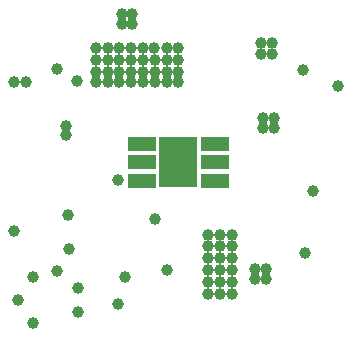
<source format=gbr>
G04 DipTrace 2.3.0.0*
%INBottomMask.gbr*%
%MOMM*%
%ADD48C,0.991*%
%ADD52R,3.204X4.204*%
%ADD54R,2.404X1.204*%
%FSLAX53Y53*%
G04*
G71*
G90*
G75*
G01*
%LNBotMask*%
%LPD*%
D48*
X14000Y5900D3*
X5500Y18100D3*
Y17300D3*
X1100Y21800D3*
X2100D3*
X13000Y10200D3*
X10500Y5300D3*
X2700Y1400D3*
X4760Y5770D3*
X9920Y13540D3*
X25540Y22800D3*
X9890Y3010D3*
X2730Y5270D3*
X23100Y18800D3*
Y17900D3*
X22200Y18800D3*
Y17900D3*
X22900Y25100D3*
Y24200D3*
X22000Y25100D3*
Y24200D3*
X22400Y6000D3*
Y5100D3*
X21500Y6000D3*
Y5100D3*
X5700Y7700D3*
X5692Y10555D3*
X25700Y7300D3*
X11100Y27600D3*
Y26700D3*
X10200Y27600D3*
Y26700D3*
X26400Y12600D3*
X28500Y21500D3*
X4700Y22900D3*
X6400Y21900D3*
X8000Y24700D3*
X9000D3*
X10000D3*
X11000D3*
X8000Y23700D3*
X9000D3*
X10000D3*
X11000D3*
X8000Y22700D3*
X9000D3*
X10000D3*
X11000D3*
X8000Y21800D3*
X9000D3*
X10000D3*
X11000D3*
X12000Y24700D3*
X12900D3*
X14000D3*
X15000D3*
X12000Y23700D3*
X13000D3*
X14000D3*
X15000D3*
X12000Y22700D3*
X13000D3*
X14000D3*
X15000D3*
X12000Y21800D3*
X13000D3*
X14000D3*
X15000D3*
X17500Y8900D3*
X18500D3*
X19500D3*
X17500Y7900D3*
X18500D3*
X19500D3*
X17500Y6900D3*
X18500D3*
X19500D3*
X1100Y9200D3*
X17500Y5900D3*
X18500D3*
X19500D3*
X17500Y4900D3*
X18500D3*
X19500D3*
X17500Y3900D3*
X18500D3*
X19500D3*
X1430Y3335D3*
X6510Y4351D3*
Y2319D3*
D54*
X18100Y16600D3*
Y15000D3*
Y13400D3*
X11900D3*
Y15000D3*
Y16600D3*
D52*
X15000Y15000D3*
M02*

</source>
